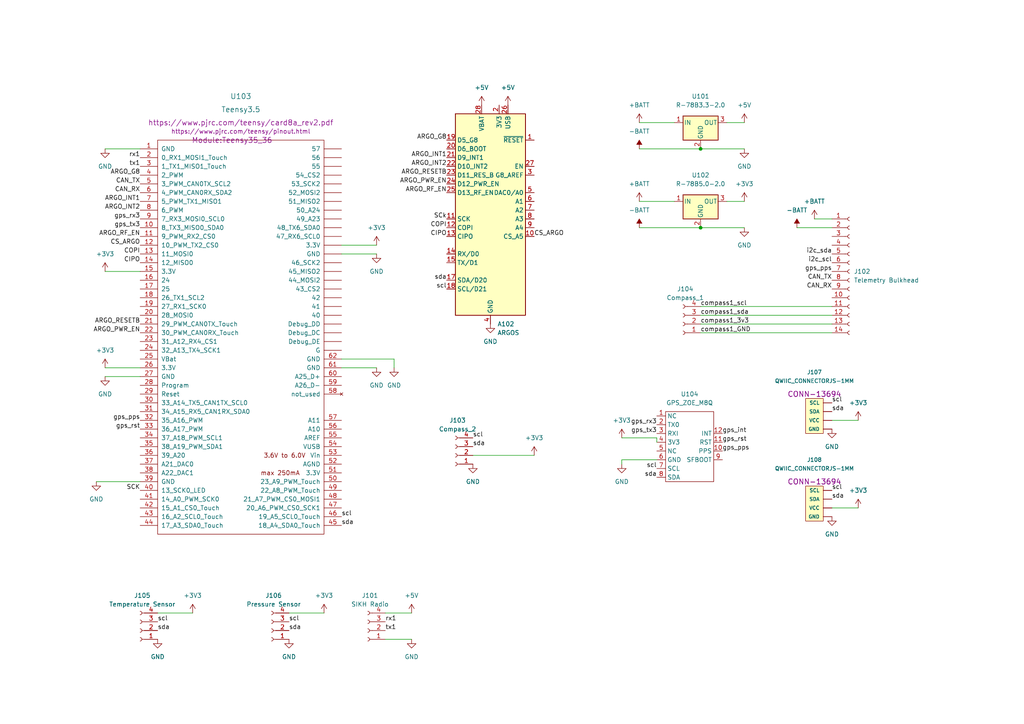
<source format=kicad_sch>
(kicad_sch (version 20211123) (generator eeschema)
  (paper "A4")
  (lib_symbols
    (symbol "Adafruit_Feather_M0_Basic_Proto_1"
      (property "Reference" "A102" (at 2.0194 -33.02 0))
      (property "Value" "ARGOS" (at 2.0194 -35.56 0))
      (symbol "Adafruit_Feather_M0_Basic_Proto_1_0_1"
        (rectangle (start -10.16 27.94) (end 10.16 -30.48) (stroke (width 0.254)) (fill (type background)))
      )
      (symbol "Adafruit_Feather_M0_Basic_Proto_1_1_1"
        (pin input line (at 12.7 20.32 180) (length 2.54) (name "~{RESET}") (number "1"))
        (pin bidirectional line (at 12.7 -7.62 180) (length 2.54) (name "CS_A5") (number "10"))
        (pin bidirectional line (at -12.7 -2.54 0) (length 2.54) (name "SCK") (number "11"))
        (pin bidirectional line (at -12.7 -5.08 0) (length 2.54) (name "COPI") (number "12"))
        (pin bidirectional line (at -12.7 -7.62 0) (length 2.54) (name "CIPO") (number "13"))
        (pin bidirectional line (at -12.7 -12.7 0) (length 2.54) (name "RX/D0") (number "14"))
        (pin bidirectional line (at -12.7 -15.24 0) (length 2.54) (name "TX/D1") (number "15"))
        (pin passive line (at 0 -33.02 90) (length 2.54) hide (name "GND") (number "16"))
        (pin bidirectional line (at -12.7 -20.32 0) (length 2.54) (name "SDA/D20") (number "17"))
        (pin bidirectional line (at -12.7 -22.86 0) (length 2.54) (name "SCL/D21") (number "18"))
        (pin bidirectional line (at -12.7 20.32 0) (length 2.54) (name "D5_G8") (number "19"))
        (pin power_in line (at 2.54 30.48 270) (length 2.54) (name "3V3") (number "2"))
        (pin bidirectional line (at -12.7 17.78 0) (length 2.54) (name "D6_BOOT") (number "20"))
        (pin bidirectional line (at -12.7 15.24 0) (length 2.54) (name "D9_INT1") (number "21"))
        (pin bidirectional line (at -12.7 12.7 0) (length 2.54) (name "D10_INT2") (number "22"))
        (pin bidirectional line (at -12.7 10.16 0) (length 2.54) (name "D11_RES_B") (number "23"))
        (pin bidirectional line (at -12.7 7.62 0) (length 2.54) (name "D12_PWR_EN") (number "24"))
        (pin bidirectional line (at -12.7 5.08 0) (length 2.54) (name "D13_RF_EN") (number "25"))
        (pin power_in line (at 5.08 30.48 270) (length 2.54) (name "USB") (number "26"))
        (pin input line (at 12.7 12.7 180) (length 2.54) (name "EN") (number "27"))
        (pin power_in line (at -2.54 30.48 270) (length 2.54) (name "VBAT") (number "28"))
        (pin input line (at 12.7 10.16 180) (length 2.54) (name "G8_AREF") (number "3"))
        (pin power_in line (at 0 -33.02 90) (length 2.54) (name "GND") (number "4"))
        (pin bidirectional line (at 12.7 5.08 180) (length 2.54) (name "DAC0/A0") (number "5"))
        (pin bidirectional line (at 12.7 2.54 180) (length 2.54) (name "A1") (number "6"))
        (pin bidirectional line (at 12.7 0 180) (length 2.54) (name "A2") (number "7"))
        (pin bidirectional line (at 12.7 -2.54 180) (length 2.54) (name "A3") (number "8"))
        (pin bidirectional line (at 12.7 -5.08 180) (length 2.54) (name "A4") (number "9"))
      )
    )
    (symbol "Connector:Conn_01x04_Female" (pin_names (offset 1.016) hide)
      (property "Reference" "J" (at 0 5.08 0))
      (property "Value" "Conn_01x04_Female" (at 0 -7.62 0))
      (symbol "Conn_01x04_Female_1_1"
        (arc (start 0 -4.572) (mid -0.508 -5.08) (end 0 -5.588) (stroke (width 0.1524)))
        (arc (start 0 -2.032) (mid -0.508 -2.54) (end 0 -3.048) (stroke (width 0.1524)))
        (polyline (pts (xy -1.27 -5.08) (xy -0.508 -5.08)) (stroke (width 0.1524)))
        (polyline (pts (xy -1.27 -2.54) (xy -0.508 -2.54)) (stroke (width 0.1524)))
        (polyline (pts (xy -1.27 0) (xy -0.508 0)) (stroke (width 0.1524)))
        (polyline (pts (xy -1.27 2.54) (xy -0.508 2.54)) (stroke (width 0.1524)))
        (arc (start 0 0.508) (mid -0.508 0) (end 0 -0.508) (stroke (width 0.1524)))
        (arc (start 0 3.048) (mid -0.508 2.54) (end 0 2.032) (stroke (width 0.1524)))
        (pin passive line (at -5.08 2.54 0) (length 3.81) (name "Pin_1") (number "1"))
        (pin passive line (at -5.08 0 0) (length 3.81) (name "Pin_2") (number "2"))
        (pin passive line (at -5.08 -2.54 0) (length 3.81) (name "Pin_3") (number "3"))
        (pin passive line (at -5.08 -5.08 0) (length 3.81) (name "Pin_4") (number "4"))
      )
    )
    (symbol "Regulator_Switching:R-78B3.3-2.0" (pin_names (offset 0.254))
      (property "Reference" "U" (at -3.81 3.175 0))
      (property "Value" "R-78B3.3-2.0" (at 0 3.175 0))
      (symbol "R-78B3.3-2.0_0_1"
        (rectangle (start -5.08 1.905) (end 5.08 -5.08) (stroke (width 0.254)) (fill (type background)))
      )
      (symbol "R-78B3.3-2.0_1_1"
        (pin power_in line (at -7.62 0 0) (length 2.54) (name "IN") (number "1"))
        (pin power_in line (at 0 -7.62 90) (length 2.54) (name "GND") (number "2"))
        (pin power_out line (at 7.62 0 180) (length 2.54) (name "OUT") (number "3"))
      )
    )
    (symbol "Regulator_Switching:R-78B5.0-2.0" (pin_names (offset 0.254))
      (property "Reference" "U" (at -3.81 3.175 0))
      (property "Value" "R-78B5.0-2.0" (at 0 3.175 0))
      (symbol "R-78B5.0-2.0_0_1"
        (rectangle (start -5.08 1.905) (end 5.08 -5.08) (stroke (width 0.254)) (fill (type background)))
      )
      (symbol "R-78B5.0-2.0_1_1"
        (pin power_in line (at -7.62 0 0) (length 2.54) (name "IN") (number "1"))
        (pin power_in line (at 0 -7.62 90) (length 2.54) (name "GND") (number "2"))
        (pin power_out line (at 7.62 0 180) (length 2.54) (name "OUT") (number "3"))
      )
    )
    (symbol "SparkFun-Connectors:QWIIC_CONNECTORJS-1MM" (pin_numbers hide) (pin_names (offset 1.016))
      (property "Reference" "J" (at -5.08 10.16 0))
      (property "Value" "QWIIC_CONNECTORJS-1MM" (at -5.08 -3.81 0))
      (property "Field4" "CONN-13694" (at 0 13.97 0))
      (symbol "QWIIC_CONNECTORJS-1MM_1_0"
        (rectangle (start 0 -1.27) (end -5.08 8.89) (fill (type background)))
      )
      (symbol "QWIIC_CONNECTORJS-1MM_1_1"
        (pin power_in line (at 2.54 0 180) (length 2.54) (name "GND") (number "1"))
        (pin power_in line (at 2.54 2.54 180) (length 2.54) (name "VCC") (number "2"))
        (pin passive line (at 2.54 5.08 180) (length 2.54) (name "SDA") (number "3"))
        (pin passive line (at 2.54 7.62 180) (length 2.54) (name "SCL") (number "4"))
      )
    )
    (symbol "glider:GPS_ZOE_M8Q"
      (property "Reference" "U" (at 0 5.08 0))
      (property "Value" "GPS_ZOE_M8Q" (at 0 2.54 0))
      (symbol "GPS_ZOE_M8Q_0_1"
        (rectangle (start -5.08 0) (end 8.89 -20.32) (stroke (width 0.1524)))
      )
      (symbol "GPS_ZOE_M8Q_1_1"
        (pin bidirectional line (at -7.62 -1.27 0) (length 2.54) (name "NC") (number "1"))
        (pin bidirectional line (at 11.43 -11.43 180) (length 2.54) (name "PPS") (number "10"))
        (pin bidirectional line (at 11.43 -8.89 180) (length 2.54) (name "RST") (number "11"))
        (pin bidirectional line (at 11.43 -6.35 180) (length 2.54) (name "INT") (number "12"))
        (pin bidirectional line (at -7.62 -3.81 0) (length 2.54) (name "TX0") (number "2"))
        (pin bidirectional line (at -7.62 -6.35 0) (length 2.54) (name "RXI") (number "3"))
        (pin bidirectional line (at -7.62 -8.89 0) (length 2.54) (name "3V3") (number "4"))
        (pin bidirectional line (at -7.62 -11.43 0) (length 2.54) (name "NC") (number "5"))
        (pin bidirectional line (at -7.62 -13.97 0) (length 2.54) (name "GND") (number "6"))
        (pin bidirectional line (at -7.62 -16.51 0) (length 2.54) (name "SCL") (number "7"))
        (pin bidirectional line (at -7.62 -19.05 0) (length 2.54) (name "SDA") (number "8"))
        (pin bidirectional line (at 11.43 -13.97 180) (length 2.54) (name "SFBOOT") (number "9"))
      )
    )
    (symbol "glider:QuickFit_01x16_Header-Connector-engine-board-rescue" (pin_names (offset 1.016) hide)
      (property "Reference" "J415" (at 2.7432 24.765 0))
      (property "Value" "Telemetry Bottle" (at 2.7432 22.4536 0))
      (symbol "QuickFit_01x16_Header-Connector-engine-board-rescue_1_1"
        (arc (start 0 -14.732) (mid -0.508 -15.24) (end 0 -15.748) (stroke (width 0.1524)))
        (arc (start 0 -12.192) (mid -0.508 -12.7) (end 0 -13.208) (stroke (width 0.1524)))
        (arc (start 0 -9.652) (mid -0.508 -10.16) (end 0 -10.668) (stroke (width 0.1524)))
        (arc (start 0 -7.112) (mid -0.508 -7.62) (end 0 -8.128) (stroke (width 0.1524)))
        (arc (start 0 -4.572) (mid -0.508 -5.08) (end 0 -5.588) (stroke (width 0.1524)))
        (arc (start 0 -2.032) (mid -0.508 -2.54) (end 0 -3.048) (stroke (width 0.1524)))
        (polyline (pts (xy -1.27 -15.24) (xy -0.508 -15.24)) (stroke (width 0.1524)))
        (polyline (pts (xy -1.27 -12.7) (xy -0.508 -12.7)) (stroke (width 0.1524)))
        (polyline (pts (xy -1.27 -10.16) (xy -0.508 -10.16)) (stroke (width 0.1524)))
        (polyline (pts (xy -1.27 -7.62) (xy -0.508 -7.62)) (stroke (width 0.1524)))
        (polyline (pts (xy -1.27 -5.08) (xy -0.508 -5.08)) (stroke (width 0.1524)))
        (polyline (pts (xy -1.27 -2.54) (xy -0.508 -2.54)) (stroke (width 0.1524)))
        (polyline (pts (xy -1.27 0) (xy -0.508 0)) (stroke (width 0.1524)))
        (polyline (pts (xy -1.27 2.54) (xy -0.508 2.54)) (stroke (width 0.1524)))
        (polyline (pts (xy -1.27 5.08) (xy -0.508 5.08)) (stroke (width 0.1524)))
        (polyline (pts (xy -1.27 7.62) (xy -0.508 7.62)) (stroke (width 0.1524)))
        (polyline (pts (xy -1.27 10.16) (xy -0.508 10.16)) (stroke (width 0.1524)))
        (polyline (pts (xy -1.27 12.7) (xy -0.508 12.7)) (stroke (width 0.1524)))
        (polyline (pts (xy -1.27 15.24) (xy -0.508 15.24)) (stroke (width 0.1524)))
        (polyline (pts (xy -1.27 17.78) (xy -0.508 17.78)) (stroke (width 0.1524)))
        (arc (start 0 0.508) (mid -0.508 0) (end 0 -0.508) (stroke (width 0.1524)))
        (arc (start 0 3.048) (mid -0.508 2.54) (end 0 2.032) (stroke (width 0.1524)))
        (arc (start 0 5.588) (mid -0.508 5.08) (end 0 4.572) (stroke (width 0.1524)))
        (arc (start 0 8.128) (mid -0.508 7.62) (end 0 7.112) (stroke (width 0.1524)))
        (arc (start 0 10.668) (mid -0.508 10.16) (end 0 9.652) (stroke (width 0.1524)))
        (arc (start 0 13.208) (mid -0.508 12.7) (end 0 12.192) (stroke (width 0.1524)))
        (arc (start 0 15.748) (mid -0.508 15.24) (end 0 14.732) (stroke (width 0.1524)))
        (arc (start 0 18.288) (mid -0.508 17.78) (end 0 17.272) (stroke (width 0.1524)))
        (pin passive line (at -5.08 17.78 0) (length 3.81) (name "Pin_1") (number "1"))
        (pin passive line (at -5.08 -5.08 0) (length 3.81) (name "Pin_10") (number "10"))
        (pin passive line (at -5.08 -7.62 0) (length 3.81) (name "Pin_11") (number "11"))
        (pin passive line (at -5.08 -10.16 0) (length 3.81) (name "Pin_12") (number "12"))
        (pin passive line (at -5.08 -12.7 0) (length 3.81) (name "Pin_13") (number "13"))
        (pin passive line (at -5.08 -15.24 0) (length 3.81) (name "Pin_14") (number "14"))
        (pin passive line (at -5.08 15.24 0) (length 3.81) (name "Pin_2") (number "2"))
        (pin passive line (at -5.08 12.7 0) (length 3.81) (name "Pin_3") (number "3"))
        (pin passive line (at -5.08 10.16 0) (length 3.81) (name "Pin_4") (number "4"))
        (pin passive line (at -5.08 7.62 0) (length 3.81) (name "Pin_5") (number "5"))
        (pin passive line (at -5.08 5.08 0) (length 3.81) (name "Pin_6") (number "6"))
        (pin passive line (at -5.08 2.54 0) (length 3.81) (name "Pin_7") (number "7"))
        (pin passive line (at -5.08 0 0) (length 3.81) (name "Pin_8") (number "8"))
        (pin passive line (at -5.08 -2.54 0) (length 3.81) (name "Pin_9") (number "9"))
      )
    )
    (symbol "glider:Teensy3.5" (pin_names (offset 1.016))
      (property "Reference" "U" (at 0 59.69 0))
      (property "Value" "Teensy3.5" (at 0 -59.69 0))
      (property "Datasheet" "https://www.pjrc.com/teensy/card8a_rev2.pdf" (at 0 62.23 0))
      (property "Pinouts" "https://www.pjrc.com/teensy/pinout.html" (at 0 64.77 0))
      (symbol "Teensy3.5_0_0"
        (text "3.6V to 6.0V" (at 12.7 -34.29 0) (effects (font (size 1.27 1.27))))
        (text "max 250mA" (at 11.43 -39.37 0) (effects (font (size 1.27 1.27))))
      )
      (symbol "Teensy3.5_0_1"
        (rectangle (start -24.13 57.15) (end 24.13 -57.15))
      )
      (symbol "Teensy3.5_1_1"
        (pin power_in line (at -29.21 54.61 0) (length 5.08) (name "GND") (number "1"))
        (pin bidirectional line (at -29.21 31.75 0) (length 5.08) (name "8_TX3_MISO0_SDA0") (number "10"))
        (pin bidirectional line (at -29.21 29.21 0) (length 5.08) (name "9_PWM_RX2_CS0") (number "11"))
        (pin bidirectional line (at -29.21 26.67 0) (length 5.08) (name "10_PWM_TX2_CS0") (number "12"))
        (pin bidirectional line (at -29.21 24.13 0) (length 5.08) (name "11_MOSI0") (number "13"))
        (pin bidirectional line (at -29.21 21.59 0) (length 5.08) (name "12_MISO0") (number "14"))
        (pin power_out line (at -29.21 19.05 0) (length 5.08) (name "3.3V") (number "15"))
        (pin bidirectional line (at -29.21 16.51 0) (length 5.08) (name "24") (number "16"))
        (pin bidirectional line (at -29.21 13.97 0) (length 5.08) (name "25") (number "17"))
        (pin bidirectional line (at -29.21 11.43 0) (length 5.08) (name "26_TX1_SCL2") (number "18"))
        (pin bidirectional line (at -29.21 8.89 0) (length 5.08) (name "27_RX1_SCK0") (number "19"))
        (pin bidirectional line (at -29.21 52.07 0) (length 5.08) (name "0_RX1_MOSI1_Touch") (number "2"))
        (pin bidirectional line (at -29.21 6.35 0) (length 5.08) (name "28_MOSI0") (number "20"))
        (pin bidirectional line (at -29.21 3.81 0) (length 5.08) (name "29_PWM_CAN0TX_Touch") (number "21"))
        (pin bidirectional line (at -29.21 1.27 0) (length 5.08) (name "30_PWM_CAN0RX_Touch") (number "22"))
        (pin bidirectional line (at -29.21 -1.27 0) (length 5.08) (name "31_A12_RX4_CS1") (number "23"))
        (pin bidirectional line (at -29.21 -3.81 0) (length 5.08) (name "32_A13_TX4_SCK1") (number "24"))
        (pin power_in line (at -29.21 -6.35 0) (length 5.08) (name "VBat") (number "25"))
        (pin power_in line (at -29.21 -8.89 0) (length 5.08) (name "3.3V") (number "26"))
        (pin power_in line (at -29.21 -11.43 0) (length 5.08) (name "GND") (number "27"))
        (pin input line (at -29.21 -13.97 0) (length 5.08) (name "Program") (number "28"))
        (pin input line (at -29.21 -16.51 0) (length 5.08) (name "Reset") (number "29"))
        (pin bidirectional line (at -29.21 49.53 0) (length 5.08) (name "1_TX1_MISO1_Touch") (number "3"))
        (pin bidirectional line (at -29.21 -19.05 0) (length 5.08) (name "33_A14_TX5_CAN1TX_SCL0") (number "30"))
        (pin bidirectional line (at -29.21 -21.59 0) (length 5.08) (name "34_A15_RX5_CAN1RX_SDA0") (number "31"))
        (pin bidirectional line (at -29.21 -24.13 0) (length 5.08) (name "35_A16_PWM") (number "32"))
        (pin bidirectional line (at -29.21 -26.67 0) (length 5.08) (name "36_A17_PWM") (number "33"))
        (pin bidirectional line (at -29.21 -29.21 0) (length 5.08) (name "37_A18_PWM_SCL1") (number "34"))
        (pin bidirectional line (at -29.21 -31.75 0) (length 5.08) (name "38_A19_PWM_SDA1") (number "35"))
        (pin bidirectional line (at -29.21 -34.29 0) (length 5.08) (name "39_A20") (number "36"))
        (pin bidirectional line (at -29.21 -36.83 0) (length 5.08) (name "A21_DAC0") (number "37"))
        (pin bidirectional line (at -29.21 -39.37 0) (length 5.08) (name "A22_DAC1") (number "38"))
        (pin power_in line (at -29.21 -41.91 0) (length 5.08) (name "GND") (number "39"))
        (pin bidirectional line (at -29.21 46.99 0) (length 5.08) (name "2_PWM") (number "4"))
        (pin bidirectional line (at -29.21 -44.45 0) (length 5.08) (name "13_SCK0_LED") (number "40"))
        (pin bidirectional line (at -29.21 -46.99 0) (length 5.08) (name "14_A0_PWM_SCK0") (number "41"))
        (pin bidirectional line (at -29.21 -49.53 0) (length 5.08) (name "15_A1_CS0_Touch") (number "42"))
        (pin bidirectional line (at -29.21 -52.07 0) (length 5.08) (name "16_A2_SCL0_Touch") (number "43"))
        (pin bidirectional line (at -29.21 -54.61 0) (length 5.08) (name "17_A3_SDA0_Touch") (number "44"))
        (pin bidirectional line (at 29.21 -54.61 180) (length 5.08) (name "18_A4_SDA0_Touch") (number "45"))
        (pin bidirectional line (at 29.21 -52.07 180) (length 5.08) (name "19_A5_SCL0_Touch") (number "46"))
        (pin bidirectional line (at 29.21 -49.53 180) (length 5.08) (name "20_A6_PWM_CS0_SCK1") (number "47"))
        (pin bidirectional line (at 29.21 -46.99 180) (length 5.08) (name "21_A7_PWM_CS0_MOSI1") (number "48"))
        (pin bidirectional line (at 29.21 -44.45 180) (length 5.08) (name "22_A8_PWM_Touch") (number "49"))
        (pin bidirectional line (at -29.21 44.45 0) (length 5.08) (name "3_PWM_CAN0TX_SCL2") (number "5"))
        (pin bidirectional line (at 29.21 -41.91 180) (length 5.08) (name "23_A9_PWM_Touch") (number "50"))
        (pin power_out line (at 29.21 -39.37 180) (length 5.08) (name "3.3V") (number "51"))
        (pin power_out line (at 29.21 -36.83 180) (length 5.08) (name "AGND") (number "52"))
        (pin power_in line (at 29.21 -34.29 180) (length 5.08) (name "Vin") (number "53"))
        (pin power_in line (at 29.21 -31.75 180) (length 5.08) (name "VUSB") (number "54"))
        (pin input line (at 29.21 -29.21 180) (length 5.08) (name "AREF") (number "55"))
        (pin bidirectional line (at 29.21 -26.67 180) (length 5.08) (name "A10") (number "56"))
        (pin bidirectional line (at 29.21 -24.13 180) (length 5.08) (name "A11") (number "57"))
        (pin no_connect line (at 29.21 -16.51 180) (length 5.08) (name "not_used") (number "58"))
        (pin bidirectional line (at 29.21 -13.97 180) (length 5.08) (name "A26_D-") (number "59"))
        (pin bidirectional line (at -29.21 41.91 0) (length 5.08) (name "4_PWM_CAN0RX_SDA2") (number "6"))
        (pin bidirectional line (at 29.21 -11.43 180) (length 5.08) (name "A25_D+") (number "60"))
        (pin power_in line (at 29.21 -8.89 180) (length 5.08) (name "GND") (number "61"))
        (pin power_in line (at 29.21 -6.35 180) (length 5.08) (name "GND") (number "62"))
        (pin bidirectional line (at -29.21 39.37 0) (length 5.08) (name "5_PWM_TX1_MISO1") (number "7"))
        (pin bidirectional line (at -29.21 36.83 0) (length 5.08) (name "6_PWM") (number "8"))
        (pin bidirectional line (at -29.21 34.29 0) (length 5.08) (name "7_RX3_MOSI0_SCL0") (number "9"))
        (pin power_in line (at 29.21 26.67 180) (length 5.08) (name "3.3V") (number "~"))
        (pin bidirectional line (at 29.21 6.35 180) (length 5.08) (name "40") (number "~"))
        (pin bidirectional line (at 29.21 8.89 180) (length 5.08) (name "41") (number "~"))
        (pin bidirectional line (at 29.21 11.43 180) (length 5.08) (name "42") (number "~"))
        (pin bidirectional line (at 29.21 13.97 180) (length 5.08) (name "43_CS2") (number "~"))
        (pin bidirectional line (at 29.21 16.51 180) (length 5.08) (name "44_MOSI2") (number "~"))
        (pin bidirectional line (at 29.21 19.05 180) (length 5.08) (name "45_MISO2") (number "~"))
        (pin bidirectional line (at 29.21 21.59 180) (length 5.08) (name "46_SCK2") (number "~"))
        (pin bidirectional line (at 29.21 29.21 180) (length 5.08) (name "47_RX6_SCL0") (number "~"))
        (pin bidirectional line (at 29.21 31.75 180) (length 5.08) (name "48_TX6_SDA0") (number "~"))
        (pin bidirectional line (at 29.21 34.29 180) (length 5.08) (name "49_A23") (number "~"))
        (pin bidirectional line (at 29.21 36.83 180) (length 5.08) (name "50_A24") (number "~"))
        (pin bidirectional line (at 29.21 39.37 180) (length 5.08) (name "51_MISO2") (number "~"))
        (pin bidirectional line (at 29.21 41.91 180) (length 5.08) (name "52_MOSI2") (number "~"))
        (pin bidirectional line (at 29.21 44.45 180) (length 5.08) (name "53_SCK2") (number "~"))
        (pin bidirectional line (at 29.21 46.99 180) (length 5.08) (name "54_CS2") (number "~"))
        (pin bidirectional line (at 29.21 49.53 180) (length 5.08) (name "55") (number "~"))
        (pin bidirectional line (at 29.21 52.07 180) (length 5.08) (name "56") (number "~"))
        (pin bidirectional line (at 29.21 54.61 180) (length 5.08) (name "57") (number "~"))
        (pin input line (at 29.21 1.27 180) (length 5.08) (name "Debug_DC") (number "~"))
        (pin input line (at 29.21 3.81 180) (length 5.08) (name "Debug_DD") (number "~"))
        (pin input line (at 29.21 -1.27 180) (length 5.08) (name "Debug_DE") (number "~"))
        (pin power_in line (at 29.21 -3.81 180) (length 5.08) (name "G") (number "~"))
        (pin power_in line (at 29.21 24.13 180) (length 5.08) (name "GND") (number "~"))
      )
    )
    (symbol "power:+3V3" (power) (pin_names (offset 0))
      (property "Value" "+3V3" (at 0 3.556 0))
      (symbol "+3V3_0_1"
        (polyline (pts (xy -0.762 1.27) (xy 0 2.54)))
        (polyline (pts (xy 0 0) (xy 0 2.54)))
        (polyline (pts (xy 0 2.54) (xy 0.762 1.27)))
      )
      (symbol "+3V3_1_1"
        (pin power_in line (at 0 0 90) (length 0) hide (name "+3V3") (number "1"))
      )
    )
    (symbol "power:+5V" (power) (pin_names (offset 0))
      (property "Value" "+5V" (at 0 3.556 0))
      (symbol "+5V_0_1"
        (polyline (pts (xy -0.762 1.27) (xy 0 2.54)))
        (polyline (pts (xy 0 0) (xy 0 2.54)))
        (polyline (pts (xy 0 2.54) (xy 0.762 1.27)))
      )
      (symbol "+5V_1_1"
        (pin power_in line (at 0 0 90) (length 0) hide (name "+5V") (number "1"))
      )
    )
    (symbol "power:+BATT" (power) (pin_names (offset 0))
      (property "Value" "+BATT" (at 0 3.556 0))
      (symbol "+BATT_0_1"
        (polyline (pts (xy -0.762 1.27) (xy 0 2.54)))
        (polyline (pts (xy 0 0) (xy 0 2.54)))
        (polyline (pts (xy 0 2.54) (xy 0.762 1.27)))
      )
      (symbol "+BATT_1_1"
        (pin power_in line (at 0 0 90) (length 0) hide (name "+BATT") (number "1"))
      )
    )
    (symbol "power:-BATT" (power) (pin_names (offset 0))
      (property "Value" "-BATT" (at 0 3.556 0))
      (symbol "-BATT_0_1"
        (polyline (pts (xy 0 0) (xy 0 2.54)))
        (polyline (pts (xy 0.762 1.27) (xy -0.762 1.27) (xy 0 2.54) (xy 0.762 1.27)) (fill (type outline)))
      )
      (symbol "-BATT_1_1"
        (pin power_in line (at 0 0 90) (length 0) hide (name "-BATT") (number "1"))
      )
    )
    (symbol "power:GND" (power) (pin_names (offset 0))
      (property "Value" "GND" (at 0 -3.81 0))
      (symbol "GND_0_1"
        (polyline (pts (xy 0 0) (xy 0 -1.27) (xy 1.27 -1.27) (xy 0 -2.54) (xy -1.27 -1.27) (xy 0 -1.27)))
      )
      (symbol "GND_1_1"
        (pin power_in line (at 0 0 270) (length 0) hide (name "GND") (number "1"))
      )
    )
  )
  (junction (at 203.2 66.04))
  (junction (at 203.2 43.18))
  (wire (pts (xy 45.72 177.8) (xy 55.88 177.8)))
  (wire (pts (xy 111.76 185.42) (xy 119.38 185.42)))
  (wire (pts (xy 203.2 91.44) (xy 241.3 91.44)))
  (wire (pts (xy 30.48 78.74) (xy 40.64 78.74)))
  (wire (pts (xy 203.2 93.98) (xy 241.3 93.98)))
  (wire (pts (xy 99.06 104.14) (xy 114.3 104.14)))
  (wire (pts (xy 30.48 43.18) (xy 40.64 43.18)))
  (wire (pts (xy 185.42 58.42) (xy 195.58 58.42)))
  (wire (pts (xy 137.16 132.08) (xy 154.94 132.08)))
  (wire (pts (xy 30.48 106.68) (xy 40.64 106.68)))
  (wire (pts (xy 185.42 35.56) (xy 195.58 35.56)))
  (wire (pts (xy 111.76 177.8) (xy 119.38 177.8)))
  (wire (pts (xy 99.06 73.66) (xy 109.22 73.66)))
  (wire (pts (xy 203.2 66.04) (xy 215.9 66.04)))
  (wire (pts (xy 114.3 104.14) (xy 114.3 106.68)))
  (wire (pts (xy 99.06 106.68) (xy 109.22 106.68)))
  (wire (pts (xy 180.34 133.35) (xy 190.5 133.35)))
  (wire (pts (xy 185.42 43.18) (xy 203.2 43.18)))
  (wire (pts (xy 99.06 71.12) (xy 109.22 71.12)))
  (wire (pts (xy 180.34 134.62) (xy 180.34 133.35)))
  (wire (pts (xy 27.94 139.7) (xy 40.64 139.7)))
  (wire (pts (xy 241.3 147.32) (xy 248.92 147.32)))
  (wire (pts (xy 203.2 88.9) (xy 241.3 88.9)))
  (wire (pts (xy 210.82 35.56) (xy 215.9 35.56)))
  (wire (pts (xy 30.48 109.22) (xy 40.64 109.22)))
  (wire (pts (xy 241.3 121.92) (xy 248.92 121.92)))
  (wire (pts (xy 203.2 96.52) (xy 241.3 96.52)))
  (wire (pts (xy 83.82 177.8) (xy 93.98 177.8)))
  (wire (pts (xy 203.2 43.18) (xy 215.9 43.18)))
  (wire (pts (xy 180.34 127) (xy 190.5 127)))
  (wire (pts (xy 185.42 66.04) (xy 203.2 66.04)))
  (wire (pts (xy 210.82 58.42) (xy 215.9 58.42)))
  (wire (pts (xy 231.14 66.04) (xy 241.3 66.04)))
  (wire (pts (xy 236.22 63.5) (xy 241.3 63.5)))
  (wire (pts (xy 190.5 127) (xy 190.5 128.27)))
  (label "gps_rx3" (at 40.64 63.5 180))
  (label "ARGO_INT1" (at 40.64 58.42 180))
  (label "gps_pps" (at 40.64 121.92 180))
  (label "scl" (at 241.3 142.24 0))
  (label "scl" (at 241.3 116.84 0))
  (label "sda" (at 241.3 119.38 0))
  (label "CIPO" (at 129.54 68.58 180))
  (label "CAN_RX" (at 40.64 55.88 180))
  (label "SCK" (at 40.64 142.24 180))
  (label "sda" (at 190.5 138.43 180))
  (label "scl" (at 190.5 135.89 180))
  (label "ARGO_INT2" (at 129.54 48.26 180))
  (label "compass1_GND" (at 203.2 96.52 0))
  (label "sda" (at 45.72 182.88 0))
  (label "gps_rst" (at 209.55 128.27 0))
  (label "rx1" (at 40.64 45.72 180))
  (label "compass1_3v3" (at 203.2 93.98 0))
  (label "sda" (at 83.82 182.88 0))
  (label "gps_pps" (at 241.3 78.74 180))
  (label "tx1" (at 111.76 182.88 0))
  (label "ARGO_RESETB" (at 129.54 50.8 180))
  (label "COPI" (at 129.54 66.04 180))
  (label "i2c_scl" (at 241.3 76.2 180))
  (label "gps_pps" (at 209.55 130.81 0))
  (label "rx1" (at 111.76 180.34 0))
  (label "ARGO_RF_EN" (at 129.54 55.88 180))
  (label "ARGO_G8" (at 129.54 40.64 180))
  (label "CAN_TX" (at 241.3 81.28 180))
  (label "scl" (at 129.54 83.82 180))
  (label "sda" (at 129.54 81.28 180))
  (label "CAN_TX" (at 40.64 53.34 180))
  (label "compass1_scl" (at 203.2 88.9 0))
  (label "ARGO_RF_EN" (at 40.64 68.58 180))
  (label "CS_ARGO" (at 154.94 68.58 0))
  (label "COPI" (at 40.64 73.66 180))
  (label "gps_rx3" (at 190.5 123.19 180))
  (label "scl" (at 137.16 127 0))
  (label "ARGO_PWR_EN" (at 40.64 96.52 180))
  (label "tx1" (at 40.64 48.26 180))
  (label "sda" (at 137.16 129.54 0))
  (label "gps_tx3" (at 40.64 66.04 180))
  (label "scl" (at 83.82 180.34 0))
  (label "compass1_sda" (at 203.2 91.44 0))
  (label "gps_int" (at 209.55 125.73 0))
  (label "SCk" (at 129.54 63.5 180))
  (label "CIPO" (at 40.64 76.2 180))
  (label "ARGO_RESETB" (at 40.64 93.98 180))
  (label "ARGO_INT1" (at 129.54 45.72 180))
  (label "ARGO_G8" (at 40.64 50.8 180))
  (label "sda" (at 241.3 144.78 0))
  (label "sda" (at 99.06 152.4 0))
  (label "gps_tx3" (at 190.5 125.73 180))
  (label "CAN_RX" (at 241.3 83.82 180))
  (label "scl" (at 45.72 180.34 0))
  (label "CS_ARGO" (at 40.64 71.12 180))
  (label "ARGO_INT2" (at 40.64 60.96 180))
  (label "i2c_sda" (at 241.3 73.66 180))
  (label "scl" (at 99.06 149.86 0))
  (label "gps_rst" (at 40.64 124.46 180))
  (label "ARGO_PWR_EN" (at 129.54 53.34 180))
  (symbol (lib_id "power:+3V3") (at 180.34 127 0) (unit 1)
    (property "Reference" "#PWR0117" (effects hide))
    (property "Value" "+3V3" (at 180.34 121.92 0))
  )
  (symbol (lib_id "power:GND") (at 180.34 134.62 0) (unit 1)
    (property "Reference" "#PWR0118" (effects hide))
    (property "Value" "GND" (at 180.34 139.7 0))
  )
  (symbol (lib_id "power:+3V3") (at 215.9 58.42 0) (unit 1)
    (property "Reference" "#PWR0106" (effects hide))
    (property "Value" "+3V3" (at 215.9 53.34 0))
  )
  (symbol (lib_id "power:+3V3") (at 55.88 177.8 0) (unit 1)
    (property "Reference" "#PWR0129" (effects hide))
    (property "Value" "+3V3" (at 55.88 172.72 0))
  )
  (symbol (lib_id "power:+5V") (at 139.7 30.48 0) (unit 1)
    (property "Reference" "#PWR0121" (effects hide))
    (property "Value" "+5V" (at 139.7 25.4 0))
  )
  (symbol (lib_id "power:GND") (at 241.3 149.86 0) (unit 1)
    (property "Reference" "#PWR0135" (effects hide))
    (property "Value" "GND" (at 241.3 154.94 0))
  )
  (symbol (lib_id "power:GND") (at 215.9 43.18 0) (unit 1)
    (property "Reference" "#PWR0104" (effects hide))
    (property "Value" "GND" (at 215.9 48.26 0))
  )
  (symbol (lib_id "Regulator_Switching:R-78B5.0-2.0") (at 203.2 58.42 0) (unit 1)
    (property "Reference" "U102" (at 203.2 50.8 0))
    (property "Value" "R-78B5.0-2.0" (at 203.2 53.34 0))
    (property "Footprint" "Converter_DCDC:Converter_DCDC_RECOM_R-78B-2.0_THT" (effects hide))
    (property "Datasheet" "https://www.recom-power.com/pdf/Innoline/R-78Bxx-2.0.pdf" (effects hide))
  )
  (symbol (lib_id "power:+5V") (at 119.38 177.8 0) (unit 1)
    (property "Reference" "#PWR0123" (effects hide))
    (property "Value" "+5V" (at 119.38 172.72 0))
  )
  (symbol (lib_id "Connector:Conn_01x04_Female") (at 132.08 132.08 180) (unit 1)
    (property "Reference" "J103" (at 132.715 121.92 0))
    (property "Value" "Compass_2" (at 132.715 124.46 0))
    (property "Footprint" "Connector_PinSocket_2.54mm:PinSocket_1x04_P2.54mm_Vertical" (effects hide))
  )
  (symbol (lib_id "power:+5V") (at 147.32 30.48 0) (unit 1)
    (property "Reference" "#PWR0107" (effects hide))
    (property "Value" "+5V" (at 147.32 25.4 0))
  )
  (symbol (lib_id "power:+3V3") (at 109.22 71.12 0) (unit 1)
    (property "Reference" "#PWR0128" (effects hide))
    (property "Value" "+3V3" (at 109.22 66.04 0))
  )
  (symbol (lib_id "power:+BATT") (at 185.42 35.56 0) (unit 1)
    (property "Reference" "#PWR0109" (effects hide))
    (property "Value" "+BATT" (at 185.42 30.48 0))
  )
  (symbol (lib_id "SparkFun-Connectors:QWIIC_CONNECTORJS-1MM") (at 238.76 124.46 0) (unit 1)
    (property "Reference" "J107" (at 236.22 107.95 0) (effects (font (size 1.143 1.143))))
    (property "Value" "QWIIC_CONNECTORJS-1MM" (at 236.22 110.49 0) (effects (font (size 1.143 1.143))))
    (property "Footprint" "1X04_1MM_RA" (effects hide))
    (property "Field4" "CONN-13694" (at 236.22 114.3 0) (effects (font (size 1.524 1.524))))
  )
  (symbol (lib_id "glider:Teensy3.5") (at 69.85 97.79 0) (unit 1)
    (property "Reference" "U103" (at 69.85 27.94 0) (effects (font (size 1.524 1.524))))
    (property "Value" "Teensy3.5" (at 69.85 31.75 0) (effects (font (size 1.524 1.524))))
    (property "Footprint" "Module:Teensy35_36" (at 67.31 40.64 0) (effects (font (size 1.524 1.524))))
    (property "Datasheet" "https://www.pjrc.com/teensy/card8a_rev2.pdf" (at 69.85 35.56 0) (effects (font (size 1.524 1.524))))
    (property "Pinouts" "https://www.pjrc.com/teensy/pinout.html" (at 69.85 38.1 0))
  )
  (symbol (lib_id "power:GND") (at 27.94 139.7 0) (unit 1)
    (property "Reference" "#PWR0115" (effects hide))
    (property "Value" "GND" (at 27.94 144.78 0))
  )
  (symbol (lib_id "power:GND") (at 45.72 185.42 0) (unit 1)
    (property "Reference" "#PWR0130" (effects hide))
    (property "Value" "GND" (at 45.72 190.5 0))
  )
  (symbol (lib_id "Regulator_Switching:R-78B3.3-2.0") (at 203.2 35.56 0) (unit 1)
    (property "Reference" "U101" (at 203.2 27.94 0))
    (property "Value" "R-78B3.3-2.0" (at 203.2 30.48 0))
    (property "Footprint" "Converter_DCDC:Converter_DCDC_RECOM_R-78B-2.0_THT" (effects hide))
    (property "Datasheet" "https://www.recom-power.com/pdf/Innoline/R-78Bxx-2.0.pdf" (effects hide))
  )
  (symbol (lib_id "power:GND") (at 215.9 66.04 0) (unit 1)
    (property "Reference" "#PWR0103" (effects hide))
    (property "Value" "GND" (at 215.9 71.12 0))
  )
  (symbol (lib_id "power:GND") (at 109.22 73.66 0) (unit 1)
    (property "Reference" "#PWR0127" (effects hide))
    (property "Value" "GND" (at 109.22 78.74 0))
  )
  (symbol (lib_id "Connector:Conn_01x04_Female") (at 78.74 182.88 180) (unit 1)
    (property "Reference" "J106" (at 79.375 172.72 0))
    (property "Value" "Pressure Sensor" (at 79.375 175.26 0))
    (property "Footprint" "Connector_Molex:Molex_Micro-Fit_3.0_43045-0421_2x02-1MP_P3.00mm_Horizontal" (effects hide))
  )
  (symbol (lib_name "Adafruit_Feather_M0_Basic_Proto_1") (lib_id "MCU_Module:Adafruit_Feather_M0_Basic_Proto") (at 142.24 60.96 0) (unit 1)
    (property "Reference" "A102" (at 144.2594 93.98 0) (effects (justify left)))
    (property "Value" "ARGOS" (at 144.2594 96.52 0) (effects (justify left)))
    (property "Footprint" "Module:Adafruit_Feather" (effects hide))
    (property "Datasheet" "https://learn.sparkfun.com/tutorials/argos-artic-r2-satellite-transceiver-shield-hookup-guide" (effects hide))
  )
  (symbol (lib_id "Connector:Conn_01x04_Female") (at 198.12 93.98 180) (unit 1)
    (property "Reference" "J104" (at 198.755 83.82 0))
    (property "Value" "Compass_1" (at 198.755 86.36 0))
    (property "Footprint" "Connector_PinSocket_2.54mm:PinSocket_1x04_P2.54mm_Vertical" (effects hide))
  )
  (symbol (lib_id "power:+3V3") (at 248.92 121.92 0) (unit 1)
    (property "Reference" "#PWR0133" (effects hide))
    (property "Value" "+3V3" (at 248.92 116.84 0))
  )
  (symbol (lib_id "power:GND") (at 30.48 109.22 0) (unit 1)
    (property "Reference" "#PWR0113" (effects hide))
    (property "Value" "GND" (at 30.48 114.3 0))
  )
  (symbol (lib_id "power:-BATT") (at 185.42 66.04 0) (unit 1)
    (property "Reference" "#PWR0110" (effects hide))
    (property "Value" "-BATT" (at 185.42 60.96 0))
  )
  (symbol (lib_id "power:GND") (at 241.3 124.46 0) (unit 1)
    (property "Reference" "#PWR0134" (effects hide))
    (property "Value" "GND" (at 241.3 129.54 0))
  )
  (symbol (lib_id "power:+3V3") (at 248.92 147.32 0) (unit 1)
    (property "Reference" "#PWR0136" (effects hide))
    (property "Value" "+3V3" (at 248.92 142.24 0))
  )
  (symbol (lib_id "power:GND") (at 30.48 43.18 0) (unit 1)
    (property "Reference" "#PWR0112" (effects hide))
    (property "Value" "GND" (at 30.48 48.26 0))
  )
  (symbol (lib_id "power:+3V3") (at 30.48 106.68 0) (unit 1)
    (property "Reference" "#PWR0114" (effects hide))
    (property "Value" "+3V3" (at 30.48 101.6 0))
  )
  (symbol (lib_id "power:GND") (at 83.82 185.42 0) (unit 1)
    (property "Reference" "#PWR0132" (effects hide))
    (property "Value" "GND" (at 83.82 190.5 0))
  )
  (symbol (lib_id "glider:GPS_ZOE_M8Q") (at 198.12 119.38 0) (unit 1)
    (property "Reference" "U104" (at 200.025 114.3 0))
    (property "Value" "GPS_ZOE_M8Q" (at 200.025 116.84 0))
    (property "Footprint" "Module:gps" (effects hide))
  )
  (symbol (lib_id "SparkFun-Connectors:QWIIC_CONNECTORJS-1MM") (at 238.76 149.86 0) (unit 1)
    (property "Reference" "J108" (at 236.22 133.35 0) (effects (font (size 1.143 1.143))))
    (property "Value" "QWIIC_CONNECTORJS-1MM" (at 236.22 135.89 0) (effects (font (size 1.143 1.143))))
    (property "Footprint" "1X04_1MM_RA" (effects hide))
    (property "Field4" "CONN-13694" (at 236.22 139.7 0) (effects (font (size 1.524 1.524))))
  )
  (symbol (lib_id "power:-BATT") (at 231.14 66.04 0) (unit 1)
    (property "Reference" "#PWR0102" (effects hide))
    (property "Value" "-BATT" (at 231.14 60.96 0))
  )
  (symbol (lib_id "power:GND") (at 114.3 106.68 0) (unit 1)
    (property "Reference" "#PWR0125" (effects hide))
    (property "Value" "GND" (at 114.3 111.76 0))
  )
  (symbol (lib_id "power:+3V3") (at 93.98 177.8 0) (unit 1)
    (property "Reference" "#PWR0131" (effects hide))
    (property "Value" "+3V3" (at 93.98 172.72 0))
  )
  (symbol (lib_id "power:+3V3") (at 30.48 78.74 0) (unit 1)
    (property "Reference" "#PWR0116" (effects hide))
    (property "Value" "+3V3" (at 30.48 73.66 0))
  )
  (symbol (lib_id "power:GND") (at 109.22 106.68 0) (unit 1)
    (property "Reference" "#PWR0126" (effects hide))
    (property "Value" "GND" (at 109.22 111.76 0))
  )
  (symbol (lib_id "power:+5V") (at 215.9 35.56 0) (unit 1)
    (property "Reference" "#PWR0105" (effects hide))
    (property "Value" "+5V" (at 215.9 30.48 0))
  )
  (symbol (lib_id "power:GND") (at 142.24 93.98 0) (unit 1)
    (property "Reference" "#PWR0122" (effects hide))
    (property "Value" "GND" (at 142.24 99.06 0))
  )
  (symbol (lib_id "power:-BATT") (at 185.42 43.18 0) (unit 1)
    (property "Reference" "#PWR0108" (effects hide))
    (property "Value" "-BATT" (at 185.42 38.1 0))
  )
  (symbol (lib_id "glider:QuickFit_01x16_Header-Connector-engine-board-rescue") (at 246.38 81.28 0) (unit 1)
    (property "Reference" "J102" (at 247.65 78.7399 0) (effects (justify left)))
    (property "Value" "Telemetry Bulkhead" (at 247.65 81.2799 0) (effects (justify left)))
    (property "Footprint" "Connector_Molex:Molex_Micro-Fit_3.0_43045-1621_2x08-1MP_P3.00mm_Horizontal" (effects hide))
    (property "Link" "https://www.digikey.com/en/products/detail/molex/0430451623/3044583?s=N4IgTCBcDaICwGYAMcCsBGAbGBIC6AvkA" (effects hide))
    (property "MANUFACTURER" "Molex" (effects hide))
    (property "MPN" "430451623" (effects hide))
    (property "Price" "6.91" (effects hide))
    (property "MATE_Price" "1.61" (effects hide))
    (property "MATE_Link" "https://www.digikey.com/en/products/detail/molex/0430251608/3310170" (effects hide))
    (property "MATE_MPN" "0430251608" (effects hide))
  )
  (symbol (lib_id "power:+3V3") (at 154.94 132.08 0) (unit 1)
    (property "Reference" "#PWR0119" (effects hide))
    (property "Value" "+3V3" (at 154.94 127 0))
  )
  (symbol (lib_id "Connector:Conn_01x04_Female") (at 106.68 182.88 180) (unit 1)
    (property "Reference" "J101" (at 107.315 172.72 0))
    (property "Value" "SIKH Radio" (at 107.315 175.26 0))
    (property "Footprint" "Connector_Molex:Molex_Micro-Fit_3.0_43045-0421_2x02-1MP_P3.00mm_Horizontal" (effects hide))
  )
  (symbol (lib_id "Connector:Conn_01x04_Female") (at 40.64 182.88 180) (unit 1)
    (property "Reference" "J105" (at 41.275 172.72 0))
    (property "Value" "Temperature Sensor" (at 41.275 175.26 0))
    (property "Footprint" "Connector_Molex:Molex_Micro-Fit_3.0_43045-0421_2x02-1MP_P3.00mm_Horizontal" (effects hide))
  )
  (symbol (lib_id "power:GND") (at 137.16 134.62 0) (unit 1)
    (property "Reference" "#PWR0120" (effects hide))
    (property "Value" "GND" (at 137.16 139.7 0))
  )
  (symbol (lib_id "power:+BATT") (at 185.42 58.42 0) (unit 1)
    (property "Reference" "#PWR0111" (effects hide))
    (property "Value" "+BATT" (at 185.42 53.34 0))
  )
  (symbol (lib_id "power:+BATT") (at 236.22 63.5 0) (unit 1)
    (property "Reference" "#PWR0101" (effects hide))
    (property "Value" "+BATT" (at 236.22 58.42 0))
  )
  (symbol (lib_id "power:GND") (at 119.38 185.42 0) (unit 1)
    (property "Reference" "#PWR0124" (effects hide))
    (property "Value" "GND" (at 119.38 190.5 0))
  )
)
</source>
